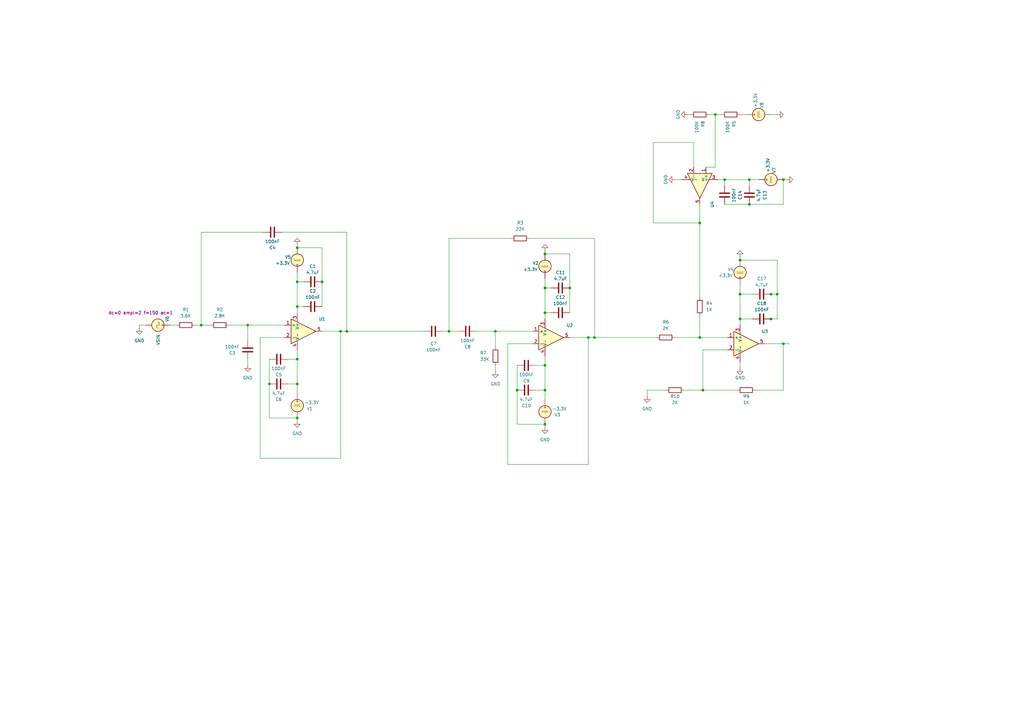
<source format=kicad_sch>
(kicad_sch (version 20231120) (generator "eeschema") (generator_version "8.0")
  (paper "A3")
  (lib_symbols
    (symbol "Device:C" (pin_numbers hide) (pin_names (offset 0.254))
      (property "Reference" "C" (at 0.635 2.54 0))
      (property "Value" "C" (at 0.635 -2.54 0))
      (symbol "C_0_1"
        (polyline (pts (xy -2.032 -0.762) (xy 2.032 -0.762)) (stroke (width 0.508)))
        (polyline (pts (xy -2.032 0.762) (xy 2.032 0.762)) (stroke (width 0.508)))
      )
      (symbol "C_1_1"
        (pin passive line (at 0 3.81 270) (length 2.794) (name "~") (number "1"))
        (pin passive line (at 0 -3.81 90) (length 2.794) (name "~") (number "2"))
      )
    )
    (symbol "Device:R" (pin_numbers hide) (pin_names (offset 0))
      (property "Reference" "R" (at 2.032 0 90))
      (property "Value" "R" (at 0 0 90))
      (symbol "R_0_1"
        (rectangle (start -1.016 -2.54) (end 1.016 2.54) (stroke (width 0.254)))
      )
      (symbol "R_1_1"
        (pin passive line (at 0 3.81 270) (length 1.27) (name "~") (number "1"))
        (pin passive line (at 0 -3.81 90) (length 1.27) (name "~") (number "2"))
      )
    )
    (symbol "Simulation_SPICE:OPAMP" (pin_names (offset 0.254))
      (property "Reference" "U" (at 3.81 3.175 0))
      (property "Value" "${SIM.PARAMS}" (at 3.81 -3.175 0))
      (symbol "OPAMP_0_1"
        (polyline (pts (xy 5.08 0) (xy -5.08 5.08) (xy -5.08 -5.08) (xy 5.08 0)) (stroke (width 0.254)) (fill (type background)))
      )
      (symbol "OPAMP_1_1"
        (pin input line (at -7.62 2.54 0) (length 2.54) (name "+") (number "1"))
        (pin input line (at -7.62 -2.54 0) (length 2.54) (name "-") (number "2"))
        (pin power_in line (at -2.54 7.62 270) (length 3.81) (name "V+") (number "3"))
        (pin power_in line (at -2.54 -7.62 90) (length 3.81) (name "V-") (number "4"))
        (pin output line (at 7.62 0 180) (length 2.54) (name "~") (number "5"))
      )
    )
    (symbol "Simulation_SPICE:VDC" (pin_numbers hide) (pin_names (offset 0.0254))
      (property "Reference" "V" (at 2.54 2.54 0))
      (property "Value" "1" (at 2.54 0 0))
      (symbol "VDC_0_0"
        (polyline (pts (xy -1.27 0.254) (xy 1.27 0.254)))
        (polyline (pts (xy -0.762 -0.254) (xy -1.27 -0.254)))
        (polyline (pts (xy 0.254 -0.254) (xy -0.254 -0.254)))
        (polyline (pts (xy 1.27 -0.254) (xy 0.762 -0.254)))
        (text "+" (at 0 1.905 0) (effects (font (size 1.27 1.27))))
      )
      (symbol "VDC_0_1"
        (circle (center 0 0) (radius 2.54) (stroke (width 0.254)) (fill (type background)))
      )
      (symbol "VDC_1_1"
        (pin passive line (at 0 5.08 270) (length 2.54) (name "~") (number "1"))
        (pin passive line (at 0 -5.08 90) (length 2.54) (name "~") (number "2"))
      )
    )
    (symbol "Simulation_SPICE:VSIN" (pin_numbers hide) (pin_names (offset 0.0254))
      (property "Reference" "V" (at 2.54 2.54 0))
      (property "Value" "VSIN" (at 2.54 0 0))
      (property "Sim.Params" "dc=0 ampl=1 f=1k ac=1" (at 2.54 -2.54 0))
      (symbol "VSIN_0_0"
        (arc (start 0 0) (mid -0.635 0.6323) (end -1.27 0))
        (arc (start 0 0) (mid 0.635 -0.6323) (end 1.27 0))
        (text "+" (at 0 1.905 0) (effects (font (size 1.27 1.27))))
      )
      (symbol "VSIN_0_1"
        (circle (center 0 0) (radius 2.54) (stroke (width 0.254)) (fill (type background)))
      )
      (symbol "VSIN_1_1"
        (pin passive line (at 0 5.08 270) (length 2.54) (name "~") (number "1"))
        (pin passive line (at 0 -5.08 90) (length 2.54) (name "~") (number "2"))
      )
    )
    (symbol "power:GND" (power) (pin_numbers hide) (pin_names (offset 0) hide)
      (property "Value" "GND" (at 0 -3.81 0))
      (symbol "GND_0_1"
        (polyline (pts (xy 0 0) (xy 0 -1.27) (xy 1.27 -1.27) (xy 0 -2.54) (xy -1.27 -1.27) (xy 0 -1.27)))
      )
      (symbol "GND_1_1"
        (pin power_in line (at 0 0 270) (length 0) (name "~") (number "1"))
      )
    )
  )
  (junction (at 139.7 135.89))
  (junction (at 303.53 120.65))
  (junction (at 212.09 160.02))
  (junction (at 223.52 118.11))
  (junction (at 241.3 138.43))
  (junction (at 142.24 135.89))
  (junction (at 307.34 83.82))
  (junction (at 287.02 138.43))
  (junction (at 110.49 157.48))
  (junction (at 203.2 135.89))
  (junction (at 233.68 118.11))
  (junction (at 121.92 147.32))
  (junction (at 82.55 133.35))
  (junction (at 121.92 157.48))
  (junction (at 303.53 130.81))
  (junction (at 316.23 130.81))
  (junction (at 121.92 115.57))
  (junction (at 243.84 138.43))
  (junction (at 223.52 149.86))
  (junction (at 121.92 171.45))
  (junction (at 288.29 160.02))
  (junction (at 318.77 120.65))
  (junction (at 293.37 46.99))
  (junction (at 101.6 133.35))
  (junction (at 321.31 140.97))
  (junction (at 223.52 128.27))
  (junction (at 303.53 106.68))
  (junction (at 223.52 173.99))
  (junction (at 287.02 91.44))
  (junction (at 297.18 73.66))
  (junction (at 184.15 135.89))
  (junction (at 223.52 104.14))
  (junction (at 223.52 160.02))
  (junction (at 316.23 120.65))
  (junction (at 121.92 101.6))
  (junction (at 121.92 125.73))
  (junction (at 321.31 73.66))
  (junction (at 132.08 115.57))
  (junction (at 307.34 73.66))
  (wire (pts (xy 295.91 46.99) (xy 293.37 46.99)))
  (wire (pts (xy 318.77 46.99) (xy 316.23 46.99)))
  (wire (pts (xy 280.67 160.02) (xy 288.29 160.02)))
  (wire (pts (xy 287.02 138.43) (xy 298.45 138.43)))
  (wire (pts (xy 209.55 97.79) (xy 184.15 97.79)))
  (wire (pts (xy 124.46 125.73) (xy 121.92 125.73)))
  (wire (pts (xy 289.56 68.58) (xy 293.37 68.58)))
  (wire (pts (xy 322.58 73.66) (xy 321.31 73.66)))
  (wire (pts (xy 297.18 76.2) (xy 297.18 73.66)))
  (wire (pts (xy 107.95 95.25) (xy 82.55 95.25)))
  (wire (pts (xy 203.2 149.86) (xy 203.2 152.4)))
  (wire (pts (xy 243.84 97.79) (xy 217.17 97.79)))
  (wire (pts (xy 226.06 128.27) (xy 223.52 128.27)))
  (wire (pts (xy 298.45 143.51) (xy 288.29 143.51)))
  (wire (pts (xy 223.52 128.27) (xy 223.52 130.81)))
  (wire (pts (xy 203.2 135.89) (xy 218.44 135.89)))
  (wire (pts (xy 276.86 138.43) (xy 287.02 138.43)))
  (wire (pts (xy 110.49 157.48) (xy 110.49 171.45)))
  (wire (pts (xy 195.58 135.89) (xy 203.2 135.89)))
  (wire (pts (xy 57.15 133.35) (xy 57.15 134.62)))
  (wire (pts (xy 303.53 105.41) (xy 303.53 106.68)))
  (wire (pts (xy 121.92 171.45) (xy 121.92 172.72)))
  (wire (pts (xy 101.6 133.35) (xy 101.6 139.7)))
  (wire (pts (xy 59.69 133.35) (xy 57.15 133.35)))
  (wire (pts (xy 226.06 118.11) (xy 223.52 118.11)))
  (wire (pts (xy 318.77 120.65) (xy 316.23 120.65)))
  (wire (pts (xy 287.02 129.54) (xy 287.02 138.43)))
  (wire (pts (xy 106.68 138.43) (xy 106.68 187.96)))
  (wire (pts (xy 287.02 91.44) (xy 287.02 121.92)))
  (wire (pts (xy 321.31 140.97) (xy 323.85 140.97)))
  (wire (pts (xy 284.48 58.42) (xy 267.97 58.42)))
  (wire (pts (xy 318.77 120.65) (xy 318.77 130.81)))
  (wire (pts (xy 142.24 95.25) (xy 115.57 95.25)))
  (wire (pts (xy 121.92 100.33) (xy 121.92 101.6)))
  (wire (pts (xy 321.31 160.02) (xy 321.31 140.97)))
  (wire (pts (xy 223.52 118.11) (xy 223.52 128.27)))
  (wire (pts (xy 139.7 135.89) (xy 139.7 187.96)))
  (wire (pts (xy 283.21 46.99) (xy 281.94 46.99)))
  (wire (pts (xy 184.15 135.89) (xy 187.96 135.89)))
  (wire (pts (xy 82.55 95.25) (xy 82.55 133.35)))
  (wire (pts (xy 203.2 135.89) (xy 203.2 142.24)))
  (wire (pts (xy 212.09 160.02) (xy 212.09 173.99)))
  (wire (pts (xy 93.98 133.35) (xy 101.6 133.35)))
  (wire (pts (xy 307.34 76.2) (xy 307.34 73.66)))
  (wire (pts (xy 184.15 97.79) (xy 184.15 135.89)))
  (wire (pts (xy 288.29 160.02) (xy 302.26 160.02)))
  (wire (pts (xy 142.24 135.89) (xy 142.24 95.25)))
  (wire (pts (xy 121.92 115.57) (xy 121.92 125.73)))
  (wire (pts (xy 318.77 130.81) (xy 316.23 130.81)))
  (wire (pts (xy 212.09 173.99) (xy 223.52 173.99)))
  (wire (pts (xy 293.37 46.99) (xy 290.83 46.99)))
  (wire (pts (xy 313.69 120.65) (xy 316.23 120.65)))
  (wire (pts (xy 265.43 160.02) (xy 265.43 162.56)))
  (wire (pts (xy 243.84 97.79) (xy 243.84 138.43)))
  (wire (pts (xy 208.28 140.97) (xy 208.28 190.5)))
  (wire (pts (xy 288.29 143.51) (xy 288.29 160.02)))
  (wire (pts (xy 132.08 115.57) (xy 132.08 125.73)))
  (wire (pts (xy 121.92 125.73) (xy 121.92 128.27)))
  (wire (pts (xy 132.08 135.89) (xy 139.7 135.89)))
  (wire (pts (xy 279.4 73.66) (xy 276.86 73.66)))
  (wire (pts (xy 233.68 104.14) (xy 233.68 118.11)))
  (wire (pts (xy 318.77 106.68) (xy 318.77 120.65)))
  (wire (pts (xy 309.88 160.02) (xy 321.31 160.02)))
  (wire (pts (xy 321.31 83.82) (xy 307.34 83.82)))
  (wire (pts (xy 311.15 73.66) (xy 307.34 73.66)))
  (wire (pts (xy 223.52 173.99) (xy 223.52 175.26)))
  (wire (pts (xy 212.09 149.86) (xy 212.09 160.02)))
  (wire (pts (xy 124.46 115.57) (xy 121.92 115.57)))
  (wire (pts (xy 233.68 138.43) (xy 241.3 138.43)))
  (wire (pts (xy 303.53 130.81) (xy 303.53 133.35)))
  (wire (pts (xy 106.68 187.96) (xy 139.7 187.96)))
  (wire (pts (xy 82.55 133.35) (xy 86.36 133.35)))
  (wire (pts (xy 121.92 111.76) (xy 121.92 115.57)))
  (wire (pts (xy 110.49 147.32) (xy 110.49 157.48)))
  (wire (pts (xy 208.28 190.5) (xy 241.3 190.5)))
  (wire (pts (xy 241.3 138.43) (xy 241.3 190.5)))
  (wire (pts (xy 132.08 101.6) (xy 132.08 115.57)))
  (wire (pts (xy 284.48 68.58) (xy 284.48 58.42)))
  (wire (pts (xy 313.69 130.81) (xy 316.23 130.81)))
  (wire (pts (xy 306.07 46.99) (xy 303.53 46.99)))
  (wire (pts (xy 321.31 83.82) (xy 321.31 73.66)))
  (wire (pts (xy 241.3 138.43) (xy 243.84 138.43)))
  (wire (pts (xy 233.68 118.11) (xy 233.68 128.27)))
  (wire (pts (xy 101.6 147.32) (xy 101.6 149.86)))
  (wire (pts (xy 313.69 140.97) (xy 321.31 140.97)))
  (wire (pts (xy 303.53 120.65) (xy 303.53 130.81)))
  (wire (pts (xy 308.61 130.81) (xy 303.53 130.81)))
  (wire (pts (xy 223.52 163.83) (xy 223.52 160.02)))
  (wire (pts (xy 303.53 116.84) (xy 303.53 120.65)))
  (wire (pts (xy 69.85 133.35) (xy 72.39 133.35)))
  (wire (pts (xy 297.18 73.66) (xy 294.64 73.66)))
  (wire (pts (xy 243.84 138.43) (xy 269.24 138.43)))
  (wire (pts (xy 219.71 160.02) (xy 223.52 160.02)))
  (wire (pts (xy 118.11 157.48) (xy 121.92 157.48)))
  (wire (pts (xy 303.53 106.68) (xy 318.77 106.68)))
  (wire (pts (xy 80.01 133.35) (xy 82.55 133.35)))
  (wire (pts (xy 223.52 146.05) (xy 223.52 149.86)))
  (wire (pts (xy 223.52 160.02) (xy 223.52 149.86)))
  (wire (pts (xy 293.37 68.58) (xy 293.37 46.99)))
  (wire (pts (xy 233.68 104.14) (xy 223.52 104.14)))
  (wire (pts (xy 273.05 160.02) (xy 265.43 160.02)))
  (wire (pts (xy 267.97 91.44) (xy 287.02 91.44)))
  (wire (pts (xy 267.97 58.42) (xy 267.97 91.44)))
  (wire (pts (xy 121.92 157.48) (xy 121.92 147.32)))
  (wire (pts (xy 142.24 135.89) (xy 173.99 135.89)))
  (wire (pts (xy 307.34 73.66) (xy 297.18 73.66)))
  (wire (pts (xy 223.52 114.3) (xy 223.52 118.11)))
  (wire (pts (xy 308.61 120.65) (xy 303.53 120.65)))
  (wire (pts (xy 132.08 101.6) (xy 121.92 101.6)))
  (wire (pts (xy 219.71 149.86) (xy 223.52 149.86)))
  (wire (pts (xy 181.61 135.89) (xy 184.15 135.89)))
  (wire (pts (xy 101.6 133.35) (xy 116.84 133.35)))
  (wire (pts (xy 307.34 83.82) (xy 297.18 83.82)))
  (wire (pts (xy 116.84 138.43) (xy 106.68 138.43)))
  (wire (pts (xy 303.53 148.59) (xy 303.53 151.13)))
  (wire (pts (xy 139.7 135.89) (xy 142.24 135.89)))
  (wire (pts (xy 110.49 171.45) (xy 121.92 171.45)))
  (wire (pts (xy 218.44 140.97) (xy 208.28 140.97)))
  (wire (pts (xy 121.92 143.51) (xy 121.92 147.32)))
  (wire (pts (xy 121.92 161.29) (xy 121.92 157.48)))
  (wire (pts (xy 287.02 83.82) (xy 287.02 91.44)))
  (wire (pts (xy 118.11 147.32) (xy 121.92 147.32)))
  (wire (pts (xy 223.52 102.87) (xy 223.52 104.14)))
  (symbol (lib_id "power:GND") (at 303.53 151.13 0) (unit 1)
    (property "Reference" "#PWR010" (effects (hide yes)))
    (property "Value" "GND" (at 303.53 154.94 0))
    (property "Description" "Power symbol creates a global label with name \"GND\" , ground" (effects (hide yes)))
  )
  (symbol (lib_id "Device:C") (at 229.87 128.27 90) (unit 1)
    (property "Reference" "C12" (at 229.87 121.92 90))
    (property "Value" "100nF" (at 229.87 124.46 90))
    (property "Description" "Unpolarized capacitor" (effects (hide yes)))
  )
  (symbol (lib_id "power:GND") (at 223.52 175.26 0) (unit 1)
    (property "Reference" "#PWR06" (effects (hide yes)))
    (property "Value" "GND" (at 223.52 180.34 0))
    (property "Description" "Power symbol creates a global label with name \"GND\" , ground" (effects (hide yes)))
  )
  (symbol (lib_id "Simulation_SPICE:VDC") (at 303.53 111.76 180) (unit 1)
    (property "Reference" "V4" (at 298.45 110.49 0) (effects (justify right)))
    (property "Value" "+3.3V" (at 294.64 113.03 0) (effects (justify right)))
    (property "Datasheet" "https://ngspice.sourceforge.io/docs/ngspice-html-manual/manual.xhtml#sec_Independent_Sources_for" (effects (hide yes)))
    (property "Description" "Voltage source, DC" (effects (hide yes)))
    (property "Sim.Pins" "1=+ 2=-" (effects (hide yes)))
    (property "Sim.Type" "DC" (effects (hide yes)))
    (property "Sim.Device" "V" (effects (hide yes)))
  )
  (symbol (lib_id "Device:C") (at 101.6 143.51 180) (unit 1)
    (property "Reference" "C3" (at 95.25 144.78 0))
    (property "Value" "100nF" (at 95.25 142.24 0))
    (property "Description" "Unpolarized capacitor" (effects (hide yes)))
  )
  (symbol (lib_id "power:GND") (at 121.92 172.72 0) (unit 1)
    (property "Reference" "#PWR08" (effects (hide yes)))
    (property "Value" "GND" (at 121.92 177.8 0))
    (property "Description" "Power symbol creates a global label with name \"GND\" , ground" (effects (hide yes)))
  )
  (symbol (lib_id "power:GND") (at 57.15 134.62 0) (unit 1)
    (property "Reference" "#PWR03" (effects (hide yes)))
    (property "Value" "GND" (at 57.15 139.7 0))
    (property "Description" "Power symbol creates a global label with name \"GND\" , ground" (effects (hide yes)))
  )
  (symbol (lib_id "Simulation_SPICE:VDC") (at 316.23 73.66 90) (unit 1)
    (property "Reference" "V7" (at 317.5 68.58 0) (effects (justify right)))
    (property "Value" "+3.3V" (at 314.96 64.77 0) (effects (justify right)))
    (property "Datasheet" "https://ngspice.sourceforge.io/docs/ngspice-html-manual/manual.xhtml#sec_Independent_Sources_for" (effects (hide yes)))
    (property "Description" "Voltage source, DC" (effects (hide yes)))
    (property "Sim.Pins" "1=+ 2=-" (effects (hide yes)))
    (property "Sim.Type" "DC" (effects (hide yes)))
    (property "Sim.Device" "V" (effects (hide yes)))
  )
  (symbol (lib_id "Simulation_SPICE:VDC") (at 121.92 106.68 180) (unit 1)
    (property "Reference" "V5" (at 116.84 105.41 0) (effects (justify right)))
    (property "Value" "+3.3V" (at 113.03 107.95 0) (effects (justify right)))
    (property "Datasheet" "https://ngspice.sourceforge.io/docs/ngspice-html-manual/manual.xhtml#sec_Independent_Sources_for" (effects (hide yes)))
    (property "Description" "Voltage source, DC" (effects (hide yes)))
    (property "Sim.Pins" "1=+ 2=-" (effects (hide yes)))
    (property "Sim.Type" "DC" (effects (hide yes)))
    (property "Sim.Device" "V" (effects (hide yes)))
  )
  (symbol (lib_id "Device:R") (at 306.07 160.02 90) (unit 1)
    (property "Reference" "R9" (at 306.07 162.56 90))
    (property "Value" "1K" (at 306.07 165.1 90))
    (property "Description" "Resistor" (effects (hide yes)))
  )
  (symbol (lib_id "power:GND") (at 318.77 46.99 90) (unit 1)
    (property "Reference" "#PWR013" (effects (hide yes)))
    (property "Value" "GND" (effects (hide yes)))
    (property "Description" "Power symbol creates a global label with name \"GND\" , ground" (effects (hide yes)))
  )
  (symbol (lib_id "Device:R") (at 213.36 97.79 90) (unit 1)
    (property "Reference" "R3" (at 213.36 91.44 90))
    (property "Value" "22K" (at 213.36 93.98 90))
    (property "Description" "Resistor" (effects (hide yes)))
  )
  (symbol (lib_id "power:GND") (at 322.58 73.66 90) (unit 1)
    (property "Reference" "#PWR07" (effects (hide yes)))
    (property "Value" "GND" (effects (hide yes)))
    (property "Description" "Power symbol creates a global label with name \"GND\" , ground" (effects (hide yes)))
  )
  (symbol (lib_id "Device:C") (at 215.9 160.02 270) (unit 1)
    (property "Reference" "C10" (at 215.9 166.37 90))
    (property "Value" "4.7uF" (at 215.9 163.83 90))
    (property "Description" "Unpolarized capacitor" (effects (hide yes)))
  )
  (symbol (lib_id "Device:R") (at 276.86 160.02 90) (unit 1)
    (property "Reference" "R10" (at 276.86 162.56 90))
    (property "Value" "2K" (at 276.86 165.1 90))
    (property "Description" "Resistor" (effects (hide yes)))
  )
  (symbol (lib_id "Device:C") (at 312.42 130.81 90) (unit 1)
    (property "Reference" "C18" (at 312.42 124.46 90))
    (property "Value" "100nF" (at 312.42 127 90))
    (property "Description" "Unpolarized capacitor" (effects (hide yes)))
  )
  (symbol (lib_id "Device:C") (at 307.34 80.01 0) (unit 1)
    (property "Reference" "C13" (at 313.69 80.01 90))
    (property "Value" "4.7uF" (at 311.15 80.01 90))
    (property "Description" "Unpolarized capacitor" (effects (hide yes)))
  )
  (symbol (lib_id "power:GND") (at 121.92 100.33 180) (unit 1)
    (property "Reference" "#PWR02" (effects (hide yes)))
    (property "Value" "GND" (effects (hide yes)))
    (property "Description" "Power symbol creates a global label with name \"GND\" , ground" (effects (hide yes)))
  )
  (symbol (lib_id "Device:C") (at 128.27 125.73 90) (unit 1)
    (property "Reference" "C2" (at 128.27 119.38 90))
    (property "Value" "100nF" (at 128.27 121.92 90))
    (property "Description" "Unpolarized capacitor" (effects (hide yes)))
  )
  (symbol (lib_id "Device:C") (at 297.18 80.01 0) (unit 1)
    (property "Reference" "C14" (at 303.53 80.01 90))
    (property "Value" "100nF" (at 300.99 80.01 90))
    (property "Description" "Unpolarized capacitor" (effects (hide yes)))
  )
  (symbol (lib_id "Device:R") (at 76.2 133.35 90) (unit 1)
    (property "Reference" "R1" (at 76.2 127 90))
    (property "Value" "3.6K" (at 76.2 129.54 90))
    (property "Description" "Resistor" (effects (hide yes)))
  )
  (symbol (lib_id "power:GND") (at 281.94 46.99 270) (unit 1)
    (property "Reference" "#PWR012" (effects (hide yes)))
    (property "Value" "GND" (at 278.13 46.99 0))
    (property "Description" "Power symbol creates a global label with name \"GND\" , ground" (effects (hide yes)))
  )
  (symbol (lib_id "Simulation_SPICE:VDC") (at 121.92 166.37 0) (unit 1)
    (property "Reference" "V1" (at 128.27 167.64 0) (effects (justify right)))
    (property "Value" "-3.3V" (at 130.81 165.1 0) (effects (justify right)))
    (property "Datasheet" "https://ngspice.sourceforge.io/docs/ngspice-html-manual/manual.xhtml#sec_Independent_Sources_for" (effects (hide yes)))
    (property "Description" "Voltage source, DC" (effects (hide yes)))
    (property "Sim.Pins" "1=+ 2=-" (effects (hide yes)))
    (property "Sim.Type" "DC" (effects (hide yes)))
    (property "Sim.Device" "V" (effects (hide yes)))
  )
  (symbol (lib_id "power:GND") (at 303.53 105.41 180) (unit 1)
    (property "Reference" "#PWR09" (effects (hide yes)))
    (property "Value" "GND" (effects (hide yes)))
    (property "Description" "Power symbol creates a global label with name \"GND\" , ground" (effects (hide yes)))
  )
  (symbol (lib_id "Device:C") (at 114.3 147.32 270) (unit 1)
    (property "Reference" "C5" (at 114.3 153.67 90))
    (property "Value" "100nF" (at 114.3 151.13 90))
    (property "Description" "Unpolarized capacitor" (effects (hide yes)))
  )
  (symbol (lib_id "Simulation_SPICE:OPAMP") (at 306.07 140.97 0) (unit 1)
    (property "Reference" "U3" (at 313.69 135.9214 0))
    (property "Value" "${SIM.PARAMS}" (at 313.69 137.8265 0))
    (property "Datasheet" "https://ngspice.sourceforge.io/docs/ngspice-html-manual/manual.xhtml#sec__SUBCKT_Subcircuits" (effects (hide yes)))
    (property "Description" "Operational amplifier, single, node sequence=1:+ 2:- 3:OUT 4:V+ 5:V-" (effects (hide yes)))
    (property "Sim.Pins" "1=in+ 2=in- 3=vcc 4=vee 5=out" (effects (hide yes)))
    (property "Sim.Device" "SUBCKT" (effects (hide yes)))
    (property "Sim.Library" "${KICAD8_SYMBOL_DIR}/Simulation_SPICE.sp" (effects (hide yes)))
    (property "Sim.Name" "kicad_builtin_opamp" (effects (hide yes)))
  )
  (symbol (lib_id "Device:C") (at 128.27 115.57 90) (unit 1)
    (property "Reference" "C1" (at 128.27 109.22 90))
    (property "Value" "4.7uF" (at 128.27 111.76 90))
    (property "Description" "Unpolarized capacitor" (effects (hide yes)))
  )
  (symbol (lib_id "Simulation_SPICE:VDC") (at 311.15 46.99 90) (unit 1)
    (property "Reference" "V8" (at 312.42 41.91 0) (effects (justify right)))
    (property "Value" "+3.3V" (at 309.88 38.1 0) (effects (justify right)))
    (property "Datasheet" "https://ngspice.sourceforge.io/docs/ngspice-html-manual/manual.xhtml#sec_Independent_Sources_for" (effects (hide yes)))
    (property "Description" "Voltage source, DC" (effects (hide yes)))
    (property "Sim.Pins" "1=+ 2=-" (effects (hide yes)))
    (property "Sim.Type" "DC" (effects (hide yes)))
    (property "Sim.Device" "V" (effects (hide yes)))
  )
  (symbol (lib_id "Simulation_SPICE:VDC") (at 223.52 168.91 0) (unit 1)
    (property "Reference" "V3" (at 229.87 170.18 0) (effects (justify right)))
    (property "Value" "-3.3V" (at 232.41 167.64 0) (effects (justify right)))
    (property "Datasheet" "https://ngspice.sourceforge.io/docs/ngspice-html-manual/manual.xhtml#sec_Independent_Sources_for" (effects (hide yes)))
    (property "Description" "Voltage source, DC" (effects (hide yes)))
    (property "Sim.Pins" "1=+ 2=-" (effects (hide yes)))
    (property "Sim.Type" "DC" (effects (hide yes)))
    (property "Sim.Device" "V" (effects (hide yes)))
  )
  (symbol (lib_id "Device:C") (at 312.42 120.65 90) (unit 1)
    (property "Reference" "C17" (at 312.42 114.3 90))
    (property "Value" "4.7uF" (at 312.42 116.84 90))
    (property "Description" "Unpolarized capacitor" (effects (hide yes)))
  )
  (symbol (lib_id "power:GND") (at 265.43 162.56 0) (unit 1)
    (property "Reference" "#PWR014" (effects (hide yes)))
    (property "Value" "GND" (at 265.43 167.64 0))
    (property "Description" "Power symbol creates a global label with name \"GND\" , ground" (effects (hide yes)))
  )
  (symbol (lib_id "Simulation_SPICE:OPAMP") (at 226.06 138.43 0) (unit 1)
    (property "Reference" "U2" (at 233.68 133.3814 0))
    (property "Value" "${SIM.PARAMS}" (at 233.68 135.2865 0))
    (property "Datasheet" "https://ngspice.sourceforge.io/docs/ngspice-html-manual/manual.xhtml#sec__SUBCKT_Subcircuits" (effects (hide yes)))
    (property "Description" "Operational amplifier, single, node sequence=1:+ 2:- 3:OUT 4:V+ 5:V-" (effects (hide yes)))
    (property "Sim.Pins" "1=in+ 2=in- 3=vcc 4=vee 5=out" (effects (hide yes)))
    (property "Sim.Device" "SUBCKT" (effects (hide yes)))
    (property "Sim.Library" "${KICAD8_SYMBOL_DIR}/Simulation_SPICE.sp" (effects (hide yes)))
    (property "Sim.Name" "kicad_builtin_opamp" (effects (hide yes)))
  )
  (symbol (lib_id "Simulation_SPICE:OPAMP") (at 287.02 76.2 270) (unit 1)
    (property "Reference" "U4" (at 292.0686 83.82 0))
    (property "Value" "${SIM.PARAMS}" (at 290.1635 83.82 0))
    (property "Datasheet" "https://ngspice.sourceforge.io/docs/ngspice-html-manual/manual.xhtml#sec__SUBCKT_Subcircuits" (effects (hide yes)))
    (property "Description" "Operational amplifier, single, node sequence=1:+ 2:- 3:OUT 4:V+ 5:V-" (effects (hide yes)))
    (property "Sim.Pins" "1=in+ 2=in- 3=vcc 4=vee 5=out" (effects (hide yes)))
    (property "Sim.Device" "SUBCKT" (effects (hide yes)))
    (property "Sim.Library" "${KICAD8_SYMBOL_DIR}/Simulation_SPICE.sp" (effects (hide yes)))
    (property "Sim.Name" "kicad_builtin_opamp" (effects (hide yes)))
  )
  (symbol (lib_id "Device:C") (at 215.9 149.86 270) (unit 1)
    (property "Reference" "C9" (at 215.9 156.21 90))
    (property "Value" "100nF" (at 215.9 153.67 90))
    (property "Description" "Unpolarized capacitor" (effects (hide yes)))
  )
  (symbol (lib_id "Device:R") (at 273.05 138.43 90) (unit 1)
    (property "Reference" "R6" (at 273.05 132.08 90))
    (property "Value" "2K" (at 273.05 134.62 90))
    (property "Description" "Resistor" (effects (hide yes)))
  )
  (symbol (lib_id "power:GND") (at 203.2 152.4 0) (unit 1)
    (property "Reference" "#PWR04" (effects (hide yes)))
    (property "Value" "GND" (at 203.2 157.48 0))
    (property "Description" "Power symbol creates a global label with name \"GND\" , ground" (effects (hide yes)))
  )
  (symbol (lib_id "Simulation_SPICE:OPAMP") (at 124.46 135.89 0) (unit 1)
    (property "Reference" "U1" (at 132.08 130.8414 0))
    (property "Value" "${SIM.PARAMS}" (at 132.08 132.7465 0))
    (property "Datasheet" "https://ngspice.sourceforge.io/docs/ngspice-html-manual/manual.xhtml#sec__SUBCKT_Subcircuits" (effects (hide yes)))
    (property "Description" "Operational amplifier, single, node sequence=1:+ 2:- 3:OUT 4:V+ 5:V-" (effects (hide yes)))
    (property "Sim.Pins" "1=in+ 2=in- 3=vcc 4=vee 5=out" (effects (hide yes)))
    (property "Sim.Device" "SUBCKT" (effects (hide yes)))
    (property "Sim.Library" "${KICAD8_SYMBOL_DIR}/Simulation_SPICE.sp" (effects (hide yes)))
    (property "Sim.Name" "kicad_builtin_opamp" (effects (hide yes)))
  )
  (symbol (lib_id "Device:R") (at 203.2 146.05 180) (unit 1)
    (property "Reference" "R7" (at 196.85 144.78 0) (effects (justify right)))
    (property "Value" "33K" (at 196.85 147.32 0) (effects (justify right)))
    (property "Description" "Resistor" (effects (hide yes)))
  )
  (symbol (lib_id "Device:R") (at 287.02 46.99 90) (unit 1)
    (property "Reference" "R8" (at 288.2901 49.53 0) (effects (justify right)))
    (property "Value" "100K" (at 285.7501 49.53 0) (effects (justify right)))
    (property "Description" "Resistor" (effects (hide yes)))
  )
  (symbol (lib_id "power:GND") (at 223.52 102.87 180) (unit 1)
    (property "Reference" "#PWR05" (effects (hide yes)))
    (property "Value" "GND" (effects (hide yes)))
    (property "Description" "Power symbol creates a global label with name \"GND\" , ground" (effects (hide yes)))
  )
  (symbol (lib_id "Simulation_SPICE:VDC") (at 223.52 109.22 180) (unit 1)
    (property "Reference" "V2" (at 218.44 107.95 0) (effects (justify right)))
    (property "Value" "+3.3V" (at 214.63 110.49 0) (effects (justify right)))
    (property "Datasheet" "https://ngspice.sourceforge.io/docs/ngspice-html-manual/manual.xhtml#sec_Independent_Sources_for" (effects (hide yes)))
    (property "Description" "Voltage source, DC" (effects (hide yes)))
    (property "Sim.Pins" "1=+ 2=-" (effects (hide yes)))
    (property "Sim.Type" "DC" (effects (hide yes)))
    (property "Sim.Device" "V" (effects (hide yes)))
  )
  (symbol (lib_id "Device:C") (at 191.77 135.89 270) (unit 1)
    (property "Reference" "C8" (at 191.77 142.24 90))
    (property "Value" "100nF" (at 191.77 139.7 90))
    (property "Description" "Unpolarized capacitor" (effects (hide yes)))
  )
  (symbol (lib_id "Device:R") (at 299.72 46.99 90) (unit 1)
    (property "Reference" "R5" (at 300.9901 49.53 0) (effects (justify right)))
    (property "Value" "100K" (at 298.4501 49.53 0) (effects (justify right)))
    (property "Description" "Resistor" (effects (hide yes)))
  )
  (symbol (lib_id "Device:C") (at 229.87 118.11 90) (unit 1)
    (property "Reference" "C11" (at 229.87 111.76 90))
    (property "Value" "4.7uF" (at 229.87 114.3 90))
    (property "Description" "Unpolarized capacitor" (effects (hide yes)))
  )
  (symbol (lib_id "Device:C") (at 114.3 157.48 270) (unit 1)
    (property "Reference" "C6" (at 114.3 163.83 90))
    (property "Value" "4.7uF" (at 114.3 161.29 90))
    (property "Description" "Unpolarized capacitor" (effects (hide yes)))
  )
  (symbol (lib_id "power:GND") (at 101.6 149.86 0) (unit 1)
    (property "Reference" "#PWR01" (effects (hide yes)))
    (property "Value" "GND" (at 101.6 154.94 0))
    (property "Description" "Power symbol creates a global label with name \"GND\" , ground" (effects (hide yes)))
  )
  (symbol (lib_id "Device:R") (at 90.17 133.35 90) (unit 1)
    (property "Reference" "R2" (at 90.17 127 90))
    (property "Value" "2.8K" (at 90.17 129.54 90))
    (property "Description" "Resistor" (effects (hide yes)))
  )
  (symbol (lib_id "Device:C") (at 177.8 135.89 270) (unit 1)
    (property "Reference" "C7" (at 177.8 140.97 90))
    (property "Value" "100nF" (at 177.8 143.51 90))
    (property "Description" "Unpolarized capacitor" (effects (hide yes)))
  )
  (symbol (lib_id "power:GND") (at 276.86 73.66 270) (unit 1)
    (property "Reference" "#PWR011" (effects (hide yes)))
    (property "Value" "GND" (at 273.05 73.66 0))
    (property "Description" "Power symbol creates a global label with name \"GND\" , ground" (effects (hide yes)))
  )
  (symbol (lib_id "Device:R") (at 287.02 125.73 180) (unit 1)
    (property "Reference" "R4" (at 289.56 124.4599 0) (effects (justify right)))
    (property "Value" "1K" (at 289.56 126.9999 0) (effects (justify right)))
    (property "Description" "Resistor" (effects (hide yes)))
  )
  (symbol (lib_id "Simulation_SPICE:VSIN") (at 64.77 133.35 270) (unit 1)
    (property "Reference" "V6" (at 68.58 129.54 0) (effects (justify left)))
    (property "Value" "VSIN" (at 64.8999 137.16 0) (effects (justify left)))
    (property "Datasheet" "https://ngspice.sourceforge.io/docs/ngspice-html-manual/manual.xhtml#sec_Independent_Sources_for" (effects (hide yes)))
    (property "Description" "Voltage source, sinusoidal" (effects (hide yes)))
    (property "Sim.Pins" "1=+ 2=-" (effects (hide yes)))
    (property "Sim.Params" "dc=0 ampl=2 f=150 ac=1" (at 44.45 128.27 90) (effects (justify left)))
    (property "Sim.Type" "SIN" (effects (hide yes)))
    (property "Sim.Device" "V" (effects (hide yes)))
  )
  (symbol (lib_id "Device:C") (at 111.76 95.25 270) (unit 1)
    (property "Reference" "C4" (at 111.76 101.6 90))
    (property "Value" "100nF" (at 111.76 99.06 90))
    (property "Description" "Unpolarized capacitor" (effects (hide yes)))
  )
)
</source>
